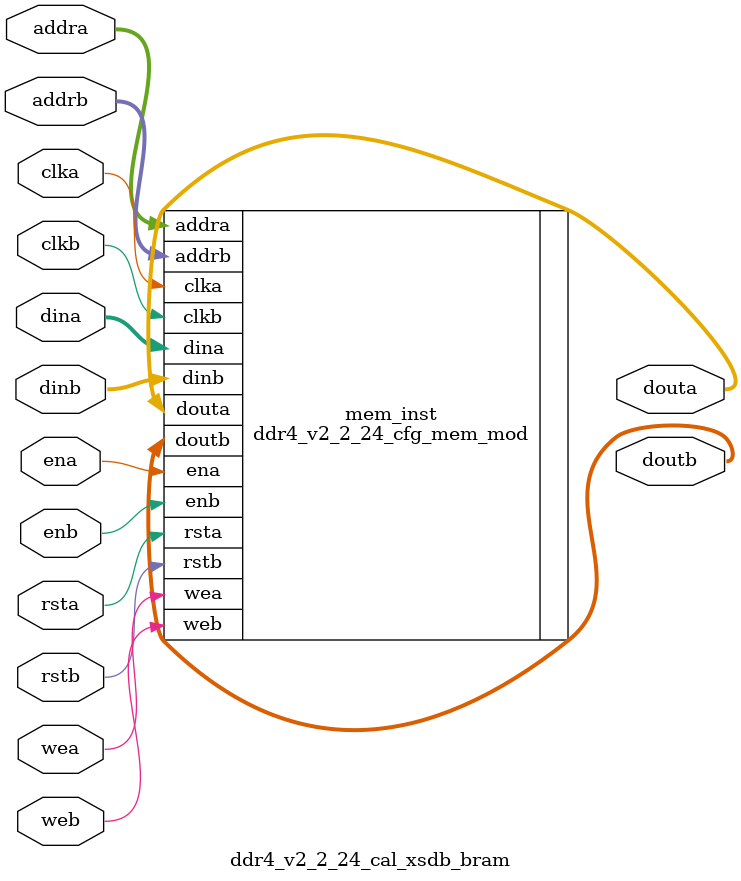
<source format=sv>
/******************************************************************************

******************************************************************************/
//   ____  ____
//  /   /\/   /
// /___/  \  /    Vendor             : AMD
// \   \   \/     Version            : 2.0
//  \   \         Application        : MIG
//  /   /         Filename           : ddr4_v2_2_24_cal_xsdb_bram.sv
// /___/   /\     Date Last Modified : $Date: 2015/04/23 $
// \   \  /  \    Date Created       : Tue May 13 2014
//  \___\/\___\
//
// Device           : UltraScale
// Design Name      : DDR4 SDRAM & DDR3 SDRAM
// Purpose          :
//                   ddr4_v2_2_24_cal_xsdb_bram module
// Reference        :
// Revision History :
//*****************************************************************************
`timescale 1ns / 1ps

(* bram_map="yes" *)

module ddr4_v2_2_24_cal_xsdb_bram
    #(	
    
		parameter       	  MEM                        	  =  "DDR4"
		,parameter       	  DBYTES                     	  =  8 //4
		,parameter            START_ADDRESS                   =  18
		,parameter  		  SPREAD_SHEET_VERSION            =  2
		,parameter            RTL_VERSION                     =  0
		,parameter            MEM_CODE                        =  0
		,parameter  		  MEMORY_TYPE                     =  (MEM == "DDR4") ? 2 : 1
		,parameter            MEMORY_CONFIGURATION            =  1
		,parameter            MEMORY_VOLTAGE                  =  1
        ,parameter            CLKFBOUT_MULT_PLL               =  4
        ,parameter            DIVCLK_DIVIDE_PLL               =  1
        ,parameter            CLKOUT0_DIVIDE_PLL              =  1
        ,parameter            CLKFBOUT_MULT_MMCM              =  4
        ,parameter            DIVCLK_DIVIDE_MMCM              =  1
        ,parameter            CLKOUT0_DIVIDE_MMCM             =  4
		,parameter  		  DQBITS	                      =  64
		,parameter			  NIBBLE                          =  DQBITS/4
		,parameter  		  BITS_PER_BYTE                   =  8 //DQBITS/DBYTES
		,parameter  		  SLOTS                   =  1
		,parameter  		  ABITS                           =  10
		,parameter  		  BABITS                          =  2
		,parameter       	  BGBITS              	          =  2
		,parameter       	  CKEBITS                  		  =  4
		,parameter       	  CSBITS             	          =  4
		,parameter       	  ODTBITS                    	  =  4
		,parameter       	  DRAM_WIDTH                 	  =  8      // # of DQ per DQS
		,parameter       	  RANKS                      	  =  4 // 1      //1, 2, 3, or 4
		,parameter            S_HEIGHT                        =  1
		,parameter       	  nCK_PER_CLK                	  =  1      // # of memory CKs per fabric CLK
        ,parameter            tCK                             =  2000		
		,parameter       	  DM_DBI_SETTING             	  =  7     //// 3bits requried all 7
		,parameter            BISC_EN                         =  0
		,parameter       	  USE_CS_PORT             	      =  1     //// 1 bit
		,parameter            EXTRA_CMD_DELAY                 =  0     //// 1 bit
		,parameter            REG_CTRL_ON                     =  0     // RDIMM register control
		,parameter            CA_MIRROR                       =  0     //// 1 bit
		,parameter       	  DQS_GATE                   	  =  7
		,parameter       	  WRLVL                      	  =  7
		,parameter       	  RDLVL                      	  =  7
		,parameter       	  RDLVL_DBI                       =  7
		,parameter       	  WR_DQS_DQ                  	  =  7
		,parameter       	  WR_DQS_DM_DBI                   =  7
		,parameter            WRITE_LAT                       =  7
		,parameter       	  RDLVL_COMPLEX                   =  3     ///2 bits required all 3
		,parameter       	  WR_DQS_COMPLEX                  =  3     ///2 bits required all 3
		,parameter       	  DQS_TRACKING               	  =  3
		,parameter       	  RD_VREF                    	  =  3
		,parameter       	  RD_VREF_PATTERN                 =  3
		,parameter       	  WR_VREF                    	  =  3
		,parameter       	  WR_VREF_PATTERN                 =  3
		,parameter       	  DQS_SAMPLE_CNT             	  =  127
		,parameter       	  WRLVL_SAMPLE_CNT           	  =  255
		,parameter       	  RDLVL_SAMPLE_CNT           	  =  127
		,parameter       	  COMPLEX_LOOP_CNT           	  =  255
		,parameter       	  IODELAY_QTR_CK_TAP_CNT     	  =  255
		,parameter       	  DEBUG_MESSAGES     	          =  0
		,parameter         	  MR0                     		  =  13'b0000000110000
		,parameter         	  MR1                     		  =  13'b0000100000001 //RTT_NOM=RZQ/4 (60 Ohm)
		,parameter         	  MR2                     		  =  13'b0000000011000
		,parameter         	  MR3                     		  =  13'b0000000000000
		,parameter         	  MR4                     		  =  13'b0000000000000
		,parameter         	  MR5                     		  =  13'b0010000000000
		,parameter         	  MR6                     		  =  13'b0100000000000
		,parameter            ODTWR                           = 16'h0000
		,parameter            ODTRD                           = 16'h0000
		,parameter            SLOT0_CONFIG                    = 0     // all 9 bits
		,parameter            SLOT1_CONFIG                    = 0     // all 9 bits
		,parameter            SLOT0_FUNC_CS                   = 0     // all 9 bits
		,parameter            SLOT1_FUNC_CS                   = 0     // all 9 bits
		,parameter            SLOT0_ODD_CS                    = 0     // all 9 bits
		,parameter            SLOT1_ODD_CS                    = 0     // all 9 bits
		,parameter            DDR4_REG_RC03                   = 0     // all 9 bits
		,parameter            DDR4_REG_RC04                   = 0     // all 9 bits
		,parameter            DDR4_REG_RC05                   = 0     // all 9 bits
		,parameter            DDR4_REG_RC3X                   = 0     // all 9 bits
		
		,parameter         	  MR0_0                   		  =  MR0[8:0]
		,parameter         	  MR0_1                   		  =  {5'b0,MR0[12:9]}
		,parameter         	  MR1_0                   		  =  MR1[8:0]
		,parameter         	  MR1_1                   		  =  {5'b0,MR1[12:9]}
		,parameter         	  MR2_0                   	 	  =  MR2[8:0]
		,parameter         	  MR2_1                   		  =  {5'b0,MR2[12:9]}
		,parameter         	  MR3_0                   		  =  MR3[8:0]
		,parameter         	  MR3_1                   		  =  {5'b0,MR3[12:9]}
		,parameter         	  MR4_0                   		  =  MR4[8:0]
		,parameter         	  MR4_1                   		  =  {5'b0,MR4[12:9]}
		,parameter         	  MR5_0                   		  =  MR5[8:0]
		,parameter         	  MR5_1                   		  =  {5'b0,MR5[12:9]}
		,parameter         	  MR6_0                   		  =  MR6[8:0]
		,parameter         	  MR6_1                   		  =  {5'b0,MR6[12:9]}
  
       ,parameter NUM_BRAMS    = 1
	   ,parameter SIZE         = 36 * 1024 * NUM_BRAMS
    // Specify INITs as 9 bit blocks (256 locations per blockRAM)
       ,parameter ADDR_WIDTH   = 16
	   ,parameter DATA_WIDTH   = 9
       ,parameter PIPELINE_REG = 1 
    )
  (
	
		clka,
		clkb,
		ena,
		enb,
		addra,
		addrb,
		dina,
		dinb,
		douta,
		doutb,
		wea,
		web,
		rsta,
		rstb
);
input clka;
input clkb;
input ena;
input enb;
input [ADDR_WIDTH-1:0]addra;
input [ADDR_WIDTH-1:0]addrb;
input [DATA_WIDTH-1:0]dina;
input [DATA_WIDTH-1:0]dinb;
input wea;
input web;
input rsta;
input rstb;
output reg [DATA_WIDTH-1:0]douta;
output reg [DATA_WIDTH-1:0]doutb;


// Initial values to the BlockRam 0
localparam [8:0] mem0_init_0 = {4'b0,START_ADDRESS[4:0]};
localparam [8:0] mem0_init_1 = 9'b0;
localparam [8:0] mem0_init_2 = 9'b0;
localparam [8:0] mem0_init_3 = {5'b0,SPREAD_SHEET_VERSION[3:0]};
localparam [8:0] mem0_init_4 = {6'b0,MEMORY_TYPE[2:0]};
localparam [8:0] mem0_init_5 = RANKS;
localparam [8:0] mem0_init_6 = DBYTES[8:0]; // MAN - repeats DBYTES parameter (may hardwire to BYTES for initial SW compatability)
localparam [8:0] mem0_init_7 = NIBBLE[8:0];
localparam [8:0] mem0_init_8 = BITS_PER_BYTE[8:0];
localparam [8:0] mem0_init_9 = 9'b1;
localparam [8:0] mem0_init_10 = 9'b1;
localparam [8:0] mem0_init_11 = 9'b1;
localparam [8:0] mem0_init_12 = SLOTS;
localparam [8:0] mem0_init_13 = 9'b0;
localparam [8:0] mem0_init_14 = 9'b0;
localparam [8:0] mem0_init_15 = 9'b0;
localparam [8:0] mem0_init_16 = 9'b0;
localparam [8:0] mem0_init_17 = 9'b0;
localparam [8:0] mem0_init_18 = RTL_VERSION[8:0];
localparam [8:0] mem0_init_19 = 9'b0;
localparam [8:0] mem0_init_20 = NUM_BRAMS[8:0];
localparam [8:0] mem0_init_21 = {BGBITS[1:0],BABITS[1:0],ABITS[4:0]};
localparam [8:0] mem0_init_22 = {ODTBITS[2:0],CSBITS[2:0],CKEBITS[2:0]};
localparam [8:0] mem0_init_23 = DBYTES[8:0];
localparam [8:0] mem0_init_24 = DRAM_WIDTH[8:0];
localparam [8:0] mem0_init_25 = {CA_MIRROR[0],REG_CTRL_ON[0],EXTRA_CMD_DELAY[0],USE_CS_PORT[0],BISC_EN[0],DM_DBI_SETTING[2:0],nCK_PER_CLK[0]};
localparam [8:0] mem0_init_26 = {RDLVL[2:0],WRLVL[2:0],DQS_GATE[2:0]};
localparam [8:0] mem0_init_27 = {WR_DQS_DM_DBI[2:0],WR_DQS_DQ[2:0],RDLVL_DBI[2:0]};
localparam [8:0] mem0_init_28 = {WR_DQS_COMPLEX[2:0],RDLVL_COMPLEX[2:0],WRITE_LAT[2:0]};
localparam [8:0] mem0_init_29 = {DEBUG_MESSAGES[0],RD_VREF_PATTERN[1:0],WR_VREF_PATTERN[1:0],RD_VREF[1:0],WR_VREF[1:0]};
localparam [8:0] mem0_init_30 = {7'b0,DQS_TRACKING[1:0]};
localparam [8:0] mem0_init_31 = DQS_SAMPLE_CNT[8:0];
localparam [8:0] mem0_init_32 = WRLVL_SAMPLE_CNT[8:0];
localparam [8:0] mem0_init_33 = RDLVL_SAMPLE_CNT[8:0];
localparam [8:0] mem0_init_34 = COMPLEX_LOOP_CNT[8:0];
localparam [8:0] mem0_init_35 = IODELAY_QTR_CK_TAP_CNT[8:0];
localparam [8:0] mem0_init_36 = {5'b0,S_HEIGHT[3:0]};
localparam [8:0] mem0_init_37 = 9'b0;
localparam [8:0] mem0_init_38 = 9'b0;
localparam [8:0] mem0_init_39 = 9'b0;
localparam [8:0] mem0_init_40 = {1'b0, ODTWR[7:0]};
localparam [8:0] mem0_init_41 = {1'b0, ODTWR[15:8]};
localparam [8:0] mem0_init_42 = {1'b0, ODTRD[7:0]};
localparam [8:0] mem0_init_43 = {1'b0, ODTRD[15:8]};
localparam [8:0] mem0_init_44 = SLOT0_CONFIG;
localparam [8:0] mem0_init_45 = SLOT1_CONFIG;
localparam [8:0] mem0_init_46 = SLOT0_FUNC_CS;
localparam [8:0] mem0_init_47 = SLOT1_FUNC_CS;
localparam [8:0] mem0_init_48 = SLOT0_ODD_CS;
localparam [8:0] mem0_init_49 = SLOT1_ODD_CS;
localparam [8:0] mem0_init_50 = DDR4_REG_RC03;
localparam [8:0] mem0_init_51 = DDR4_REG_RC04;
localparam [8:0] mem0_init_52 = DDR4_REG_RC05;
localparam [8:0] mem0_init_53 = DDR4_REG_RC3X;
localparam [8:0] mem0_init_54 = MR0_0[8:0];
localparam [8:0] mem0_init_55 = MR0_1[8:0];
localparam [8:0] mem0_init_56 = MR1_0[8:0];
localparam [8:0] mem0_init_57 = MR1_1[8:0];
localparam [8:0] mem0_init_58 = MR2_0[8:0];
localparam [8:0] mem0_init_59 = MR2_1[8:0];
localparam [8:0] mem0_init_60 = MR3_0[8:0];
localparam [8:0] mem0_init_61 = MR3_1[8:0];
localparam [8:0] mem0_init_62 = MR4_0[8:0];
localparam [8:0] mem0_init_63 = MR4_1[8:0];
localparam [8:0] mem0_init_64 = MR5_0[8:0];
localparam [8:0] mem0_init_65 = MR5_1[8:0];
localparam [8:0] mem0_init_66 = MR6_0[8:0];
localparam [8:0] mem0_init_67 = MR6_1[8:0];
localparam [8:0] mem0_init_68 = 9'b0;
localparam [8:0] mem0_init_69 = tCK[8:0];
localparam [8:0] mem0_init_70 = tCK[16:9];
localparam [8:0] mem0_init_71 = MEMORY_CONFIGURATION[8:0];
localparam [8:0] mem0_init_72 = MEMORY_VOLTAGE[8:0];
localparam [8:0] mem0_init_73 = CLKFBOUT_MULT_PLL[8:0];
localparam [8:0] mem0_init_74 = DIVCLK_DIVIDE_PLL[8:0];
localparam [8:0] mem0_init_75 = CLKFBOUT_MULT_MMCM[8:0];
localparam [8:0] mem0_init_76 = DIVCLK_DIVIDE_MMCM[8:0];
localparam [8:0] mem0_init_77 = 9'b0;
localparam [8:0] mem0_init_78 = 9'b0;
localparam [8:0] mem0_init_79 = 9'b0;
localparam [8:0] mem0_init_80 = 9'b0;
localparam [8:0] mem0_init_81 = 9'b0;
localparam [8:0] mem0_init_82 = 9'b0;
localparam [8:0] mem0_init_83 = 9'b0;
localparam [8:0] mem0_init_84 = 9'b0;
localparam [8:0] mem0_init_85 = 9'b0;
localparam [8:0] mem0_init_86 = 9'b0;
localparam [8:0] mem0_init_87 = 9'b0;
localparam [8:0] mem0_init_88 = 9'b0;
localparam [8:0] mem0_init_89 = 9'b0;
localparam [8:0] mem0_init_90 = 9'b0;
localparam [8:0] mem0_init_91 = 9'b0;
localparam [8:0] mem0_init_92 = 9'b0;
localparam [8:0] mem0_init_93 = 9'b0;
localparam [8:0] mem0_init_94 = 9'b0;
localparam [8:0] mem0_init_95 = 9'b0;
localparam [8:0] mem0_init_96 = 9'b0;
localparam [8:0] mem0_init_97 = 9'b0;
localparam [8:0] mem0_init_98 = 9'b0;
localparam [8:0] mem0_init_99 = 9'b0;
localparam [8:0] mem0_init_100 = 9'b0;
localparam [8:0] mem0_init_101 = 9'b0;
localparam [8:0] mem0_init_102 = 9'b0;
localparam [8:0] mem0_init_103 = 9'b0;
localparam [8:0] mem0_init_104 = 9'b0;
localparam [8:0] mem0_init_105 = 9'b0;
localparam [8:0] mem0_init_106 = 9'b0;
localparam [8:0] mem0_init_107 = 9'b0;
localparam [8:0] mem0_init_108 = 9'b0;
localparam [8:0] mem0_init_109 = 9'b0;
localparam [8:0] mem0_init_110 = 9'b0;
localparam [8:0] mem0_init_111 = 9'b0;
localparam [8:0] mem0_init_112 = 9'b0;
localparam [8:0] mem0_init_113 = 9'b0;
localparam [8:0] mem0_init_114 = 9'b0;
localparam [8:0] mem0_init_115 = 9'b0;
localparam [8:0] mem0_init_116 = 9'b0;
localparam [8:0] mem0_init_117 = 9'b0;
localparam [8:0] mem0_init_118 = 9'b0;
localparam [8:0] mem0_init_119 = 9'b0;
localparam [8:0] mem0_init_120 = 9'b0;
localparam [8:0] mem0_init_121 = 9'b0;
localparam [8:0] mem0_init_122 = 9'b0;
localparam [8:0] mem0_init_123 = 9'b0;
localparam [8:0] mem0_init_124 = 9'b0;
localparam [8:0] mem0_init_125 = 9'b0;
localparam [8:0] mem0_init_126 = 9'b0;
localparam [8:0] mem0_init_127 = 9'b0;
localparam [8:0] mem0_init_128 = 9'b0;
localparam [8:0] mem0_init_129 = 9'b0;
localparam [8:0] mem0_init_130 = 9'b0;
localparam [8:0] mem0_init_131 = 9'b0;
localparam [8:0] mem0_init_132 = 9'b0;
localparam [8:0] mem0_init_133 = 9'b0;
localparam [8:0] mem0_init_134 = 9'b0;
localparam [8:0] mem0_init_135 = 9'b0;
localparam [8:0] mem0_init_136 = 9'b0;
localparam [8:0] mem0_init_137 = 9'b0;
localparam [8:0] mem0_init_138 = 9'b0;
localparam [8:0] mem0_init_139 = 9'b0;
localparam [8:0] mem0_init_140 = 9'b0;
localparam [8:0] mem0_init_141 = 9'b0;
localparam [8:0] mem0_init_142 = 9'b0;
localparam [8:0] mem0_init_143 = 9'b0;
localparam [8:0] mem0_init_144 = 9'b0;
localparam [8:0] mem0_init_145 = 9'b0;
localparam [8:0] mem0_init_146 = 9'b0;
localparam [8:0] mem0_init_147 = 9'b0;
localparam [8:0] mem0_init_148 = 9'b0;
localparam [8:0] mem0_init_149 = 9'b0;
localparam [8:0] mem0_init_150 = 9'b0;
localparam [8:0] mem0_init_151 = 9'b0;
localparam [8:0] mem0_init_152 = 9'b0;
localparam [8:0] mem0_init_153 = 9'b0;
localparam [8:0] mem0_init_154 = 9'b0;
localparam [8:0] mem0_init_155 = 9'b0;
localparam [8:0] mem0_init_156 = 9'b0;
localparam [8:0] mem0_init_157 = 9'b0;
localparam [8:0] mem0_init_158 = 9'b0;
localparam [8:0] mem0_init_159 = 9'b0;
localparam [8:0] mem0_init_160 = 9'b0;
localparam [8:0] mem0_init_161 = 9'b0;
localparam [8:0] mem0_init_162 = 9'b0;
localparam [8:0] mem0_init_163 = 9'b0;
localparam [8:0] mem0_init_164 = 9'b0;
localparam [8:0] mem0_init_165 = 9'b0;
localparam [8:0] mem0_init_166 = 9'b0;
localparam [8:0] mem0_init_167 = 9'b0;
localparam [8:0] mem0_init_168 = 9'b0;
localparam [8:0] mem0_init_169 = 9'b0;
localparam [8:0] mem0_init_170 = 9'b0;
localparam [8:0] mem0_init_171 = 9'b0;
localparam [8:0] mem0_init_172 = 9'b0;
localparam [8:0] mem0_init_173 = 9'b0;
localparam [8:0] mem0_init_174 = 9'b0;
localparam [8:0] mem0_init_175 = 9'b0;
localparam [8:0] mem0_init_176 = 9'b0;
localparam [8:0] mem0_init_177 = 9'b0;
localparam [8:0] mem0_init_178 = 9'b0;
localparam [8:0] mem0_init_179 = 9'b0;
localparam [8:0] mem0_init_180 = 9'b0;
localparam [8:0] mem0_init_181 = 9'b0;
localparam [8:0] mem0_init_182 = 9'b0;
localparam [8:0] mem0_init_183 = 9'b0;
localparam [8:0] mem0_init_184 = 9'b0;
localparam [8:0] mem0_init_185 = 9'b0;
localparam [8:0] mem0_init_186 = 9'b0;
localparam [8:0] mem0_init_187 = 9'b0;
localparam [8:0] mem0_init_188 = 9'b0;
localparam [8:0] mem0_init_189 = 9'b0;
localparam [8:0] mem0_init_190 = 9'b0;
localparam [8:0] mem0_init_191 = 9'b0;
localparam [8:0] mem0_init_192 = 9'b0;
localparam [8:0] mem0_init_193 = 9'b0;
localparam [8:0] mem0_init_194 = 9'b0;
localparam [8:0] mem0_init_195 = 9'b0;
localparam [8:0] mem0_init_196 = 9'b0;
localparam [8:0] mem0_init_197 = 9'b0;
localparam [8:0] mem0_init_198 = 9'b0;
localparam [8:0] mem0_init_199 = 9'b0;
localparam [8:0] mem0_init_200 = 9'b0;
localparam [8:0] mem0_init_201 = 9'b0;
localparam [8:0] mem0_init_202 = 9'b0;
localparam [8:0] mem0_init_203 = 9'b0;
localparam [8:0] mem0_init_204 = 9'b0;
localparam [8:0] mem0_init_205 = 9'b0;
localparam [8:0] mem0_init_206 = 9'b0;
localparam [8:0] mem0_init_207 = 9'b0;
localparam [8:0] mem0_init_208 = 9'b0;
localparam [8:0] mem0_init_209 = 9'b0;
localparam [8:0] mem0_init_210 = 9'b0;
localparam [8:0] mem0_init_211 = 9'b0;
localparam [8:0] mem0_init_212 = 9'b0;
localparam [8:0] mem0_init_213 = 9'b0;
localparam [8:0] mem0_init_214 = 9'b0;
localparam [8:0] mem0_init_215 = 9'b0;
localparam [8:0] mem0_init_216 = 9'b0;
localparam [8:0] mem0_init_217 = 9'b0;
localparam [8:0] mem0_init_218 = 9'b0;
localparam [8:0] mem0_init_219 = 9'b0;
localparam [8:0] mem0_init_220 = 9'b0;
localparam [8:0] mem0_init_221 = 9'b0;
localparam [8:0] mem0_init_222 = 9'b0;
localparam [8:0] mem0_init_223 = 9'b0;
localparam [8:0] mem0_init_224 = 9'b0;
localparam [8:0] mem0_init_225 = 9'b0;
localparam [8:0] mem0_init_226 = 9'b0;
localparam [8:0] mem0_init_227 = 9'b0;
localparam [8:0] mem0_init_228 = 9'b0;
localparam [8:0] mem0_init_229 = 9'b0;
localparam [8:0] mem0_init_230 = 9'b0;
localparam [8:0] mem0_init_231 = 9'b0;
localparam [8:0] mem0_init_232 = 9'b0;
localparam [8:0] mem0_init_233 = 9'b0;
localparam [8:0] mem0_init_234 = 9'b0;
localparam [8:0] mem0_init_235 = 9'b0;
localparam [8:0] mem0_init_236 = 9'b0;
localparam [8:0] mem0_init_237 = 9'b0;
localparam [8:0] mem0_init_238 = 9'b0;
localparam [8:0] mem0_init_239 = 9'b0;
localparam [8:0] mem0_init_240 = 9'b0;
localparam [8:0] mem0_init_241 = 9'b0;
localparam [8:0] mem0_init_242 = 9'b0;
localparam [8:0] mem0_init_243 = 9'b0;
localparam [8:0] mem0_init_244 = 9'b0;
localparam [8:0] mem0_init_245 = 9'b0;
localparam [8:0] mem0_init_246 = 9'b0;
localparam [8:0] mem0_init_247 = 9'b0;
localparam [8:0] mem0_init_248 = 9'b0;
localparam [8:0] mem0_init_249 = 9'b0;
localparam [8:0] mem0_init_250 = 9'b0;
localparam [8:0] mem0_init_251 = 9'b0;
localparam [8:0] mem0_init_252 = 9'b0;
localparam [8:0] mem0_init_253 = 9'b0;
localparam [8:0] mem0_init_254 = 9'b0;
localparam [8:0] mem0_init_255 = 9'b0;

localparam [256*9-1:0] INIT_BRAM0 = {mem0_init_255,mem0_init_254,mem0_init_253,mem0_init_252,mem0_init_251,mem0_init_250,mem0_init_249,mem0_init_248,mem0_init_247,mem0_init_246,mem0_init_245,mem0_init_244,mem0_init_243,mem0_init_242,mem0_init_241,mem0_init_240,mem0_init_239,mem0_init_238,mem0_init_237,mem0_init_236,mem0_init_235,mem0_init_234,mem0_init_233,mem0_init_232,mem0_init_231,mem0_init_230,mem0_init_229,mem0_init_228,mem0_init_227,mem0_init_226,mem0_init_225,mem0_init_224,mem0_init_223,mem0_init_222,mem0_init_221,mem0_init_220,mem0_init_219,mem0_init_218,mem0_init_217,mem0_init_216,mem0_init_215,mem0_init_214,mem0_init_213,mem0_init_212,mem0_init_211,mem0_init_210,mem0_init_209,mem0_init_208,mem0_init_207,mem0_init_206,mem0_init_205,mem0_init_204,mem0_init_203,mem0_init_202,mem0_init_201,mem0_init_200,mem0_init_199,mem0_init_198,mem0_init_197,mem0_init_196,mem0_init_195,mem0_init_194,mem0_init_193,mem0_init_192,mem0_init_191,mem0_init_190,mem0_init_189,mem0_init_188,mem0_init_187,mem0_init_186,mem0_init_185,mem0_init_184,mem0_init_183,mem0_init_182,mem0_init_181,mem0_init_180,mem0_init_179,mem0_init_178,mem0_init_177,mem0_init_176,mem0_init_175,mem0_init_174,mem0_init_173,mem0_init_172,mem0_init_171,mem0_init_170,mem0_init_169,mem0_init_168,mem0_init_167,mem0_init_166,mem0_init_165,mem0_init_164,mem0_init_163,mem0_init_162,mem0_init_161,mem0_init_160,mem0_init_159,mem0_init_158,mem0_init_157,mem0_init_156,mem0_init_155,mem0_init_154,mem0_init_153,mem0_init_152,mem0_init_151,mem0_init_150,mem0_init_149,mem0_init_148,mem0_init_147,mem0_init_146,mem0_init_145,mem0_init_144,mem0_init_143,mem0_init_142,mem0_init_141,mem0_init_140,mem0_init_139,mem0_init_138,mem0_init_137,mem0_init_136,mem0_init_135,mem0_init_134,mem0_init_133,mem0_init_132,mem0_init_131,mem0_init_130,mem0_init_129,mem0_init_128,mem0_init_127,mem0_init_126,mem0_init_125,mem0_init_124,mem0_init_123,mem0_init_122,mem0_init_121,mem0_init_120,mem0_init_119,mem0_init_118,mem0_init_117,mem0_init_116,mem0_init_115,mem0_init_114,mem0_init_113,mem0_init_112,mem0_init_111,mem0_init_110,mem0_init_109,mem0_init_108,mem0_init_107,mem0_init_106,mem0_init_105,mem0_init_104,mem0_init_103,mem0_init_102,mem0_init_101,mem0_init_100,mem0_init_99,mem0_init_98,mem0_init_97,mem0_init_96,mem0_init_95,mem0_init_94,mem0_init_93,mem0_init_92,mem0_init_91,mem0_init_90,mem0_init_89,mem0_init_88,mem0_init_87,mem0_init_86,mem0_init_85,mem0_init_84,mem0_init_83,mem0_init_82,mem0_init_81,mem0_init_80,mem0_init_79,mem0_init_78,mem0_init_77,mem0_init_76,mem0_init_75,mem0_init_74,mem0_init_73,mem0_init_72,mem0_init_71,mem0_init_70,mem0_init_69,mem0_init_68,mem0_init_67,mem0_init_66,mem0_init_65,mem0_init_64,mem0_init_63,mem0_init_62,mem0_init_61,mem0_init_60,mem0_init_59,mem0_init_58,mem0_init_57,mem0_init_56,mem0_init_55,mem0_init_54,mem0_init_53,mem0_init_52,mem0_init_51,mem0_init_50,mem0_init_49,mem0_init_48,mem0_init_47,mem0_init_46,mem0_init_45,mem0_init_44,mem0_init_43,mem0_init_42,mem0_init_41,mem0_init_40,mem0_init_39,mem0_init_38,mem0_init_37,mem0_init_36,mem0_init_35,mem0_init_34,mem0_init_33,mem0_init_32,mem0_init_31,mem0_init_30,mem0_init_29,mem0_init_28,mem0_init_27,mem0_init_26,mem0_init_25,mem0_init_24,mem0_init_23,mem0_init_22,mem0_init_21,mem0_init_20,mem0_init_19,mem0_init_18,mem0_init_17,mem0_init_16,mem0_init_15,mem0_init_14,mem0_init_13,mem0_init_12,mem0_init_11,mem0_init_10,mem0_init_9,mem0_init_8,mem0_init_7,mem0_init_6,mem0_init_5,mem0_init_4,mem0_init_3,mem0_init_2,mem0_init_1,mem0_init_0};

// Populate INIT's for rest of BlockRAMs if required
localparam [256*9*NUM_BRAMS-1:0] INIT = ( NUM_BRAMS == 1 ) ? INIT_BRAM0 : ( NUM_BRAMS == 2 ) ? {2304'b0 ,INIT_BRAM0} : {{2{2304'b0}} ,INIT_BRAM0};

ddr4_v2_2_24_cfg_mem_mod # (
               .SIZE(SIZE),
               .INIT(INIT),
               .ADDR_WIDTH(ADDR_WIDTH),
               .DATA_WIDTH(9),
               .PIPELINE_REG(PIPELINE_REG)
              )
     mem_inst (
                .clka(clka),
                .clkb(clkb),
                .ena(ena),
                .enb(enb),
                .addra(addra),
                .addrb(addrb),
                .dina(dina),
                .dinb(dinb),
                .wea(wea),
                .web(web),
                .rsta(rsta),
                .rstb(rstb),
                .douta(douta),
                .doutb(doutb)
               );

endmodule


</source>
